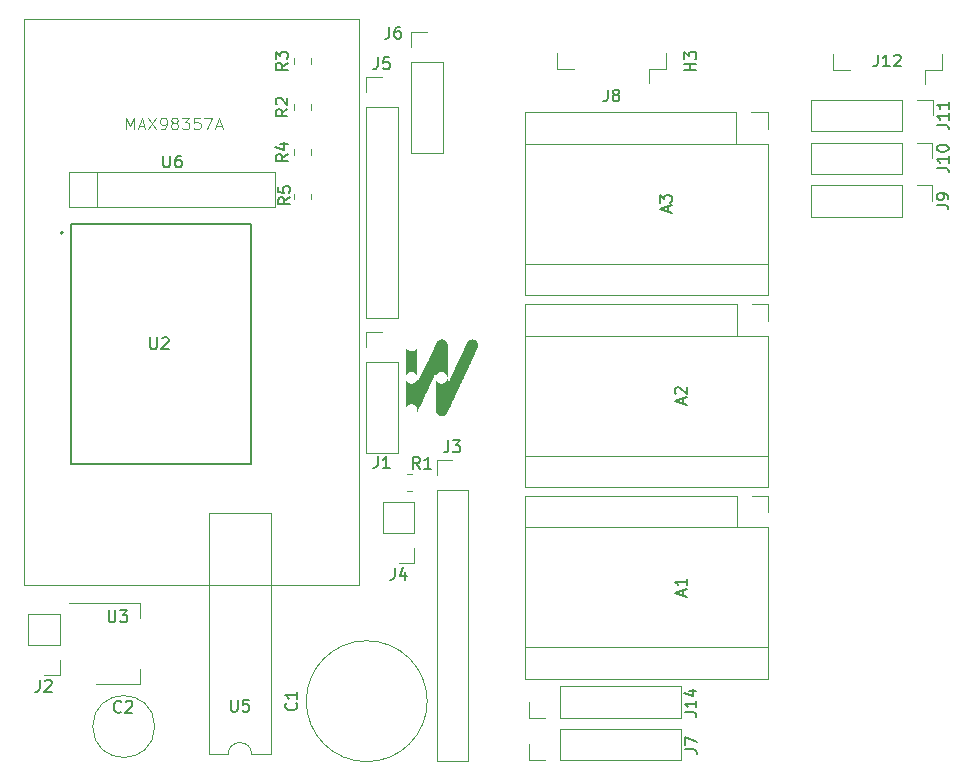
<source format=gbr>
%TF.GenerationSoftware,KiCad,Pcbnew,(7.0.0)*%
%TF.CreationDate,2023-05-19T14:17:50+07:00*%
%TF.ProjectId,wonder-reader-mk2-v2,776f6e64-6572-42d7-9265-616465722d6d,rev?*%
%TF.SameCoordinates,Original*%
%TF.FileFunction,Legend,Top*%
%TF.FilePolarity,Positive*%
%FSLAX46Y46*%
G04 Gerber Fmt 4.6, Leading zero omitted, Abs format (unit mm)*
G04 Created by KiCad (PCBNEW (7.0.0)) date 2023-05-19 14:17:50*
%MOMM*%
%LPD*%
G01*
G04 APERTURE LIST*
%ADD10C,0.150000*%
%ADD11C,0.100000*%
%ADD12C,0.120000*%
%ADD13C,0.127000*%
%ADD14C,0.200000*%
G04 APERTURE END LIST*
D10*
%TO.C,R1*%
X137042476Y-108093617D02*
X136709143Y-107617427D01*
X136471048Y-108093617D02*
X136471048Y-107093617D01*
X136471048Y-107093617D02*
X136852000Y-107093617D01*
X136852000Y-107093617D02*
X136947238Y-107141237D01*
X136947238Y-107141237D02*
X136994857Y-107188856D01*
X136994857Y-107188856D02*
X137042476Y-107284094D01*
X137042476Y-107284094D02*
X137042476Y-107426951D01*
X137042476Y-107426951D02*
X136994857Y-107522189D01*
X136994857Y-107522189D02*
X136947238Y-107569808D01*
X136947238Y-107569808D02*
X136852000Y-107617427D01*
X136852000Y-107617427D02*
X136471048Y-107617427D01*
X137994857Y-108093617D02*
X137423429Y-108093617D01*
X137709143Y-108093617D02*
X137709143Y-107093617D01*
X137709143Y-107093617D02*
X137613905Y-107236475D01*
X137613905Y-107236475D02*
X137518667Y-107331713D01*
X137518667Y-107331713D02*
X137423429Y-107379332D01*
%TO.C,A1*%
X159332119Y-118824285D02*
X159332119Y-118348095D01*
X159617833Y-118919523D02*
X158617833Y-118586190D01*
X158617833Y-118586190D02*
X159617833Y-118252857D01*
X159617833Y-117395714D02*
X159617833Y-117967142D01*
X159617833Y-117681428D02*
X158617833Y-117681428D01*
X158617833Y-117681428D02*
X158760691Y-117776666D01*
X158760691Y-117776666D02*
X158855929Y-117871904D01*
X158855929Y-117871904D02*
X158903548Y-117967142D01*
%TO.C,U3*%
X110700547Y-120070629D02*
X110700547Y-120880153D01*
X110700547Y-120880153D02*
X110748166Y-120975391D01*
X110748166Y-120975391D02*
X110795785Y-121023010D01*
X110795785Y-121023010D02*
X110891023Y-121070629D01*
X110891023Y-121070629D02*
X111081499Y-121070629D01*
X111081499Y-121070629D02*
X111176737Y-121023010D01*
X111176737Y-121023010D02*
X111224356Y-120975391D01*
X111224356Y-120975391D02*
X111271975Y-120880153D01*
X111271975Y-120880153D02*
X111271975Y-120070629D01*
X111652928Y-120070629D02*
X112271975Y-120070629D01*
X112271975Y-120070629D02*
X111938642Y-120451582D01*
X111938642Y-120451582D02*
X112081499Y-120451582D01*
X112081499Y-120451582D02*
X112176737Y-120499201D01*
X112176737Y-120499201D02*
X112224356Y-120546820D01*
X112224356Y-120546820D02*
X112271975Y-120642058D01*
X112271975Y-120642058D02*
X112271975Y-120880153D01*
X112271975Y-120880153D02*
X112224356Y-120975391D01*
X112224356Y-120975391D02*
X112176737Y-121023010D01*
X112176737Y-121023010D02*
X112081499Y-121070629D01*
X112081499Y-121070629D02*
X111795785Y-121070629D01*
X111795785Y-121070629D02*
X111700547Y-121023010D01*
X111700547Y-121023010D02*
X111652928Y-120975391D01*
%TO.C,J12*%
X175821693Y-73027380D02*
X175821693Y-73741666D01*
X175821693Y-73741666D02*
X175774074Y-73884523D01*
X175774074Y-73884523D02*
X175678836Y-73979761D01*
X175678836Y-73979761D02*
X175535979Y-74027380D01*
X175535979Y-74027380D02*
X175440741Y-74027380D01*
X176821693Y-74027380D02*
X176250265Y-74027380D01*
X176535979Y-74027380D02*
X176535979Y-73027380D01*
X176535979Y-73027380D02*
X176440741Y-73170238D01*
X176440741Y-73170238D02*
X176345503Y-73265476D01*
X176345503Y-73265476D02*
X176250265Y-73313095D01*
X177202646Y-73122619D02*
X177250265Y-73075000D01*
X177250265Y-73075000D02*
X177345503Y-73027380D01*
X177345503Y-73027380D02*
X177583598Y-73027380D01*
X177583598Y-73027380D02*
X177678836Y-73075000D01*
X177678836Y-73075000D02*
X177726455Y-73122619D01*
X177726455Y-73122619D02*
X177774074Y-73217857D01*
X177774074Y-73217857D02*
X177774074Y-73313095D01*
X177774074Y-73313095D02*
X177726455Y-73455952D01*
X177726455Y-73455952D02*
X177155027Y-74027380D01*
X177155027Y-74027380D02*
X177774074Y-74027380D01*
%TO.C,U5*%
X121044946Y-127651318D02*
X121044946Y-128460842D01*
X121044946Y-128460842D02*
X121092565Y-128556080D01*
X121092565Y-128556080D02*
X121140184Y-128603699D01*
X121140184Y-128603699D02*
X121235422Y-128651318D01*
X121235422Y-128651318D02*
X121425898Y-128651318D01*
X121425898Y-128651318D02*
X121521136Y-128603699D01*
X121521136Y-128603699D02*
X121568755Y-128556080D01*
X121568755Y-128556080D02*
X121616374Y-128460842D01*
X121616374Y-128460842D02*
X121616374Y-127651318D01*
X122568755Y-127651318D02*
X122092565Y-127651318D01*
X122092565Y-127651318D02*
X122044946Y-128127509D01*
X122044946Y-128127509D02*
X122092565Y-128079890D01*
X122092565Y-128079890D02*
X122187803Y-128032271D01*
X122187803Y-128032271D02*
X122425898Y-128032271D01*
X122425898Y-128032271D02*
X122521136Y-128079890D01*
X122521136Y-128079890D02*
X122568755Y-128127509D01*
X122568755Y-128127509D02*
X122616374Y-128222747D01*
X122616374Y-128222747D02*
X122616374Y-128460842D01*
X122616374Y-128460842D02*
X122568755Y-128556080D01*
X122568755Y-128556080D02*
X122521136Y-128603699D01*
X122521136Y-128603699D02*
X122425898Y-128651318D01*
X122425898Y-128651318D02*
X122187803Y-128651318D01*
X122187803Y-128651318D02*
X122092565Y-128603699D01*
X122092565Y-128603699D02*
X122044946Y-128556080D01*
%TO.C,C1*%
X126563824Y-127937362D02*
X126611443Y-127984981D01*
X126611443Y-127984981D02*
X126659062Y-128127838D01*
X126659062Y-128127838D02*
X126659062Y-128223076D01*
X126659062Y-128223076D02*
X126611443Y-128365933D01*
X126611443Y-128365933D02*
X126516205Y-128461171D01*
X126516205Y-128461171D02*
X126420967Y-128508790D01*
X126420967Y-128508790D02*
X126230491Y-128556409D01*
X126230491Y-128556409D02*
X126087634Y-128556409D01*
X126087634Y-128556409D02*
X125897158Y-128508790D01*
X125897158Y-128508790D02*
X125801920Y-128461171D01*
X125801920Y-128461171D02*
X125706682Y-128365933D01*
X125706682Y-128365933D02*
X125659062Y-128223076D01*
X125659062Y-128223076D02*
X125659062Y-128127838D01*
X125659062Y-128127838D02*
X125706682Y-127984981D01*
X125706682Y-127984981D02*
X125754301Y-127937362D01*
X126659062Y-126984981D02*
X126659062Y-127556409D01*
X126659062Y-127270695D02*
X125659062Y-127270695D01*
X125659062Y-127270695D02*
X125801920Y-127365933D01*
X125801920Y-127365933D02*
X125897158Y-127461171D01*
X125897158Y-127461171D02*
X125944777Y-127556409D01*
%TO.C,J3*%
X139453871Y-105697564D02*
X139453871Y-106411850D01*
X139453871Y-106411850D02*
X139406252Y-106554707D01*
X139406252Y-106554707D02*
X139311014Y-106649945D01*
X139311014Y-106649945D02*
X139168157Y-106697564D01*
X139168157Y-106697564D02*
X139072919Y-106697564D01*
X139834824Y-105697564D02*
X140453871Y-105697564D01*
X140453871Y-105697564D02*
X140120538Y-106078517D01*
X140120538Y-106078517D02*
X140263395Y-106078517D01*
X140263395Y-106078517D02*
X140358633Y-106126136D01*
X140358633Y-106126136D02*
X140406252Y-106173755D01*
X140406252Y-106173755D02*
X140453871Y-106268993D01*
X140453871Y-106268993D02*
X140453871Y-106507088D01*
X140453871Y-106507088D02*
X140406252Y-106602326D01*
X140406252Y-106602326D02*
X140358633Y-106649945D01*
X140358633Y-106649945D02*
X140263395Y-106697564D01*
X140263395Y-106697564D02*
X139977681Y-106697564D01*
X139977681Y-106697564D02*
X139882443Y-106649945D01*
X139882443Y-106649945D02*
X139834824Y-106602326D01*
%TO.C,J7*%
X159474539Y-131856386D02*
X160188825Y-131856386D01*
X160188825Y-131856386D02*
X160331682Y-131904005D01*
X160331682Y-131904005D02*
X160426920Y-131999243D01*
X160426920Y-131999243D02*
X160474539Y-132142100D01*
X160474539Y-132142100D02*
X160474539Y-132237338D01*
X159474539Y-131475433D02*
X159474539Y-130808767D01*
X159474539Y-130808767D02*
X160474539Y-131237338D01*
%TO.C,H3*%
X160439941Y-74359610D02*
X159439941Y-74359610D01*
X159916132Y-74359610D02*
X159916132Y-73788182D01*
X160439941Y-73788182D02*
X159439941Y-73788182D01*
X159439941Y-73407229D02*
X159439941Y-72788182D01*
X159439941Y-72788182D02*
X159820894Y-73121515D01*
X159820894Y-73121515D02*
X159820894Y-72978658D01*
X159820894Y-72978658D02*
X159868513Y-72883420D01*
X159868513Y-72883420D02*
X159916132Y-72835801D01*
X159916132Y-72835801D02*
X160011370Y-72788182D01*
X160011370Y-72788182D02*
X160249465Y-72788182D01*
X160249465Y-72788182D02*
X160344703Y-72835801D01*
X160344703Y-72835801D02*
X160392322Y-72883420D01*
X160392322Y-72883420D02*
X160439941Y-72978658D01*
X160439941Y-72978658D02*
X160439941Y-73264372D01*
X160439941Y-73264372D02*
X160392322Y-73359610D01*
X160392322Y-73359610D02*
X160344703Y-73407229D01*
%TO.C,J6*%
X134459385Y-70671817D02*
X134459385Y-71386103D01*
X134459385Y-71386103D02*
X134411766Y-71528960D01*
X134411766Y-71528960D02*
X134316528Y-71624198D01*
X134316528Y-71624198D02*
X134173671Y-71671817D01*
X134173671Y-71671817D02*
X134078433Y-71671817D01*
X135364147Y-70671817D02*
X135173671Y-70671817D01*
X135173671Y-70671817D02*
X135078433Y-70719437D01*
X135078433Y-70719437D02*
X135030814Y-70767056D01*
X135030814Y-70767056D02*
X134935576Y-70909913D01*
X134935576Y-70909913D02*
X134887957Y-71100389D01*
X134887957Y-71100389D02*
X134887957Y-71481341D01*
X134887957Y-71481341D02*
X134935576Y-71576579D01*
X134935576Y-71576579D02*
X134983195Y-71624198D01*
X134983195Y-71624198D02*
X135078433Y-71671817D01*
X135078433Y-71671817D02*
X135268909Y-71671817D01*
X135268909Y-71671817D02*
X135364147Y-71624198D01*
X135364147Y-71624198D02*
X135411766Y-71576579D01*
X135411766Y-71576579D02*
X135459385Y-71481341D01*
X135459385Y-71481341D02*
X135459385Y-71243246D01*
X135459385Y-71243246D02*
X135411766Y-71148008D01*
X135411766Y-71148008D02*
X135364147Y-71100389D01*
X135364147Y-71100389D02*
X135268909Y-71052770D01*
X135268909Y-71052770D02*
X135078433Y-71052770D01*
X135078433Y-71052770D02*
X134983195Y-71100389D01*
X134983195Y-71100389D02*
X134935576Y-71148008D01*
X134935576Y-71148008D02*
X134887957Y-71243246D01*
%TO.C,C2*%
X111755282Y-128645641D02*
X111707663Y-128693260D01*
X111707663Y-128693260D02*
X111564806Y-128740879D01*
X111564806Y-128740879D02*
X111469568Y-128740879D01*
X111469568Y-128740879D02*
X111326711Y-128693260D01*
X111326711Y-128693260D02*
X111231473Y-128598022D01*
X111231473Y-128598022D02*
X111183854Y-128502784D01*
X111183854Y-128502784D02*
X111136235Y-128312308D01*
X111136235Y-128312308D02*
X111136235Y-128169451D01*
X111136235Y-128169451D02*
X111183854Y-127978975D01*
X111183854Y-127978975D02*
X111231473Y-127883737D01*
X111231473Y-127883737D02*
X111326711Y-127788499D01*
X111326711Y-127788499D02*
X111469568Y-127740879D01*
X111469568Y-127740879D02*
X111564806Y-127740879D01*
X111564806Y-127740879D02*
X111707663Y-127788499D01*
X111707663Y-127788499D02*
X111755282Y-127836118D01*
X112136235Y-127836118D02*
X112183854Y-127788499D01*
X112183854Y-127788499D02*
X112279092Y-127740879D01*
X112279092Y-127740879D02*
X112517187Y-127740879D01*
X112517187Y-127740879D02*
X112612425Y-127788499D01*
X112612425Y-127788499D02*
X112660044Y-127836118D01*
X112660044Y-127836118D02*
X112707663Y-127931356D01*
X112707663Y-127931356D02*
X112707663Y-128026594D01*
X112707663Y-128026594D02*
X112660044Y-128169451D01*
X112660044Y-128169451D02*
X112088616Y-128740879D01*
X112088616Y-128740879D02*
X112707663Y-128740879D01*
%TO.C,J8*%
X152939318Y-75981535D02*
X152939318Y-76695821D01*
X152939318Y-76695821D02*
X152891699Y-76838678D01*
X152891699Y-76838678D02*
X152796461Y-76933916D01*
X152796461Y-76933916D02*
X152653604Y-76981535D01*
X152653604Y-76981535D02*
X152558366Y-76981535D01*
X153558366Y-76410107D02*
X153463128Y-76362488D01*
X153463128Y-76362488D02*
X153415509Y-76314869D01*
X153415509Y-76314869D02*
X153367890Y-76219631D01*
X153367890Y-76219631D02*
X153367890Y-76172012D01*
X153367890Y-76172012D02*
X153415509Y-76076774D01*
X153415509Y-76076774D02*
X153463128Y-76029155D01*
X153463128Y-76029155D02*
X153558366Y-75981535D01*
X153558366Y-75981535D02*
X153748842Y-75981535D01*
X153748842Y-75981535D02*
X153844080Y-76029155D01*
X153844080Y-76029155D02*
X153891699Y-76076774D01*
X153891699Y-76076774D02*
X153939318Y-76172012D01*
X153939318Y-76172012D02*
X153939318Y-76219631D01*
X153939318Y-76219631D02*
X153891699Y-76314869D01*
X153891699Y-76314869D02*
X153844080Y-76362488D01*
X153844080Y-76362488D02*
X153748842Y-76410107D01*
X153748842Y-76410107D02*
X153558366Y-76410107D01*
X153558366Y-76410107D02*
X153463128Y-76457726D01*
X153463128Y-76457726D02*
X153415509Y-76505345D01*
X153415509Y-76505345D02*
X153367890Y-76600583D01*
X153367890Y-76600583D02*
X153367890Y-76791059D01*
X153367890Y-76791059D02*
X153415509Y-76886297D01*
X153415509Y-76886297D02*
X153463128Y-76933916D01*
X153463128Y-76933916D02*
X153558366Y-76981535D01*
X153558366Y-76981535D02*
X153748842Y-76981535D01*
X153748842Y-76981535D02*
X153844080Y-76933916D01*
X153844080Y-76933916D02*
X153891699Y-76886297D01*
X153891699Y-76886297D02*
X153939318Y-76791059D01*
X153939318Y-76791059D02*
X153939318Y-76600583D01*
X153939318Y-76600583D02*
X153891699Y-76505345D01*
X153891699Y-76505345D02*
X153844080Y-76457726D01*
X153844080Y-76457726D02*
X153748842Y-76410107D01*
%TO.C,A2*%
X159332119Y-102609750D02*
X159332119Y-102133560D01*
X159617833Y-102704988D02*
X158617833Y-102371655D01*
X158617833Y-102371655D02*
X159617833Y-102038322D01*
X158713072Y-101752607D02*
X158665453Y-101704988D01*
X158665453Y-101704988D02*
X158617833Y-101609750D01*
X158617833Y-101609750D02*
X158617833Y-101371655D01*
X158617833Y-101371655D02*
X158665453Y-101276417D01*
X158665453Y-101276417D02*
X158713072Y-101228798D01*
X158713072Y-101228798D02*
X158808310Y-101181179D01*
X158808310Y-101181179D02*
X158903548Y-101181179D01*
X158903548Y-101181179D02*
X159046405Y-101228798D01*
X159046405Y-101228798D02*
X159617833Y-101800226D01*
X159617833Y-101800226D02*
X159617833Y-101181179D01*
%TO.C,R3*%
X125847234Y-73727670D02*
X125371044Y-74061003D01*
X125847234Y-74299098D02*
X124847234Y-74299098D01*
X124847234Y-74299098D02*
X124847234Y-73918146D01*
X124847234Y-73918146D02*
X124894854Y-73822908D01*
X124894854Y-73822908D02*
X124942473Y-73775289D01*
X124942473Y-73775289D02*
X125037711Y-73727670D01*
X125037711Y-73727670D02*
X125180568Y-73727670D01*
X125180568Y-73727670D02*
X125275806Y-73775289D01*
X125275806Y-73775289D02*
X125323425Y-73822908D01*
X125323425Y-73822908D02*
X125371044Y-73918146D01*
X125371044Y-73918146D02*
X125371044Y-74299098D01*
X124847234Y-73394336D02*
X124847234Y-72775289D01*
X124847234Y-72775289D02*
X125228187Y-73108622D01*
X125228187Y-73108622D02*
X125228187Y-72965765D01*
X125228187Y-72965765D02*
X125275806Y-72870527D01*
X125275806Y-72870527D02*
X125323425Y-72822908D01*
X125323425Y-72822908D02*
X125418663Y-72775289D01*
X125418663Y-72775289D02*
X125656758Y-72775289D01*
X125656758Y-72775289D02*
X125751996Y-72822908D01*
X125751996Y-72822908D02*
X125799615Y-72870527D01*
X125799615Y-72870527D02*
X125847234Y-72965765D01*
X125847234Y-72965765D02*
X125847234Y-73251479D01*
X125847234Y-73251479D02*
X125799615Y-73346717D01*
X125799615Y-73346717D02*
X125751996Y-73394336D01*
%TO.C,J4*%
X134913172Y-116472407D02*
X134913172Y-117186693D01*
X134913172Y-117186693D02*
X134865553Y-117329550D01*
X134865553Y-117329550D02*
X134770315Y-117424788D01*
X134770315Y-117424788D02*
X134627458Y-117472407D01*
X134627458Y-117472407D02*
X134532220Y-117472407D01*
X135817934Y-116805741D02*
X135817934Y-117472407D01*
X135579839Y-116424788D02*
X135341744Y-117139074D01*
X135341744Y-117139074D02*
X135960791Y-117139074D01*
%TO.C,J5*%
X133495219Y-73251318D02*
X133495219Y-73965604D01*
X133495219Y-73965604D02*
X133447600Y-74108461D01*
X133447600Y-74108461D02*
X133352362Y-74203699D01*
X133352362Y-74203699D02*
X133209505Y-74251318D01*
X133209505Y-74251318D02*
X133114267Y-74251318D01*
X134447600Y-73251318D02*
X133971410Y-73251318D01*
X133971410Y-73251318D02*
X133923791Y-73727509D01*
X133923791Y-73727509D02*
X133971410Y-73679890D01*
X133971410Y-73679890D02*
X134066648Y-73632271D01*
X134066648Y-73632271D02*
X134304743Y-73632271D01*
X134304743Y-73632271D02*
X134399981Y-73679890D01*
X134399981Y-73679890D02*
X134447600Y-73727509D01*
X134447600Y-73727509D02*
X134495219Y-73822747D01*
X134495219Y-73822747D02*
X134495219Y-74060842D01*
X134495219Y-74060842D02*
X134447600Y-74156080D01*
X134447600Y-74156080D02*
X134399981Y-74203699D01*
X134399981Y-74203699D02*
X134304743Y-74251318D01*
X134304743Y-74251318D02*
X134066648Y-74251318D01*
X134066648Y-74251318D02*
X133971410Y-74203699D01*
X133971410Y-74203699D02*
X133923791Y-74156080D01*
%TO.C,R4*%
X125838433Y-81446666D02*
X125362243Y-81779999D01*
X125838433Y-82018094D02*
X124838433Y-82018094D01*
X124838433Y-82018094D02*
X124838433Y-81637142D01*
X124838433Y-81637142D02*
X124886053Y-81541904D01*
X124886053Y-81541904D02*
X124933672Y-81494285D01*
X124933672Y-81494285D02*
X125028910Y-81446666D01*
X125028910Y-81446666D02*
X125171767Y-81446666D01*
X125171767Y-81446666D02*
X125267005Y-81494285D01*
X125267005Y-81494285D02*
X125314624Y-81541904D01*
X125314624Y-81541904D02*
X125362243Y-81637142D01*
X125362243Y-81637142D02*
X125362243Y-82018094D01*
X125171767Y-80589523D02*
X125838433Y-80589523D01*
X124790814Y-80827618D02*
X125505100Y-81065713D01*
X125505100Y-81065713D02*
X125505100Y-80446666D01*
%TO.C,J11*%
X180819674Y-78973111D02*
X181533960Y-78973111D01*
X181533960Y-78973111D02*
X181676817Y-79020730D01*
X181676817Y-79020730D02*
X181772055Y-79115968D01*
X181772055Y-79115968D02*
X181819674Y-79258825D01*
X181819674Y-79258825D02*
X181819674Y-79354063D01*
X181819674Y-77973111D02*
X181819674Y-78544539D01*
X181819674Y-78258825D02*
X180819674Y-78258825D01*
X180819674Y-78258825D02*
X180962532Y-78354063D01*
X180962532Y-78354063D02*
X181057770Y-78449301D01*
X181057770Y-78449301D02*
X181105389Y-78544539D01*
X181819674Y-77020730D02*
X181819674Y-77592158D01*
X181819674Y-77306444D02*
X180819674Y-77306444D01*
X180819674Y-77306444D02*
X180962532Y-77401682D01*
X180962532Y-77401682D02*
X181057770Y-77496920D01*
X181057770Y-77496920D02*
X181105389Y-77592158D01*
%TO.C,R5*%
X126049943Y-85119666D02*
X125573753Y-85452999D01*
X126049943Y-85691094D02*
X125049943Y-85691094D01*
X125049943Y-85691094D02*
X125049943Y-85310142D01*
X125049943Y-85310142D02*
X125097563Y-85214904D01*
X125097563Y-85214904D02*
X125145182Y-85167285D01*
X125145182Y-85167285D02*
X125240420Y-85119666D01*
X125240420Y-85119666D02*
X125383277Y-85119666D01*
X125383277Y-85119666D02*
X125478515Y-85167285D01*
X125478515Y-85167285D02*
X125526134Y-85214904D01*
X125526134Y-85214904D02*
X125573753Y-85310142D01*
X125573753Y-85310142D02*
X125573753Y-85691094D01*
X125049943Y-84214904D02*
X125049943Y-84691094D01*
X125049943Y-84691094D02*
X125526134Y-84738713D01*
X125526134Y-84738713D02*
X125478515Y-84691094D01*
X125478515Y-84691094D02*
X125430896Y-84595856D01*
X125430896Y-84595856D02*
X125430896Y-84357761D01*
X125430896Y-84357761D02*
X125478515Y-84262523D01*
X125478515Y-84262523D02*
X125526134Y-84214904D01*
X125526134Y-84214904D02*
X125621372Y-84167285D01*
X125621372Y-84167285D02*
X125859467Y-84167285D01*
X125859467Y-84167285D02*
X125954705Y-84214904D01*
X125954705Y-84214904D02*
X126002324Y-84262523D01*
X126002324Y-84262523D02*
X126049943Y-84357761D01*
X126049943Y-84357761D02*
X126049943Y-84595856D01*
X126049943Y-84595856D02*
X126002324Y-84691094D01*
X126002324Y-84691094D02*
X125954705Y-84738713D01*
%TO.C,J2*%
X104877230Y-125950820D02*
X104877230Y-126665106D01*
X104877230Y-126665106D02*
X104829611Y-126807963D01*
X104829611Y-126807963D02*
X104734373Y-126903201D01*
X104734373Y-126903201D02*
X104591516Y-126950820D01*
X104591516Y-126950820D02*
X104496278Y-126950820D01*
X105305802Y-126046059D02*
X105353421Y-125998440D01*
X105353421Y-125998440D02*
X105448659Y-125950820D01*
X105448659Y-125950820D02*
X105686754Y-125950820D01*
X105686754Y-125950820D02*
X105781992Y-125998440D01*
X105781992Y-125998440D02*
X105829611Y-126046059D01*
X105829611Y-126046059D02*
X105877230Y-126141297D01*
X105877230Y-126141297D02*
X105877230Y-126236535D01*
X105877230Y-126236535D02*
X105829611Y-126379392D01*
X105829611Y-126379392D02*
X105258183Y-126950820D01*
X105258183Y-126950820D02*
X105877230Y-126950820D01*
%TO.C,J9*%
X180797229Y-85757704D02*
X181511515Y-85757704D01*
X181511515Y-85757704D02*
X181654372Y-85805323D01*
X181654372Y-85805323D02*
X181749610Y-85900561D01*
X181749610Y-85900561D02*
X181797229Y-86043418D01*
X181797229Y-86043418D02*
X181797229Y-86138656D01*
X181797229Y-85233894D02*
X181797229Y-85043418D01*
X181797229Y-85043418D02*
X181749610Y-84948180D01*
X181749610Y-84948180D02*
X181701991Y-84900561D01*
X181701991Y-84900561D02*
X181559134Y-84805323D01*
X181559134Y-84805323D02*
X181368658Y-84757704D01*
X181368658Y-84757704D02*
X180987706Y-84757704D01*
X180987706Y-84757704D02*
X180892468Y-84805323D01*
X180892468Y-84805323D02*
X180844849Y-84852942D01*
X180844849Y-84852942D02*
X180797229Y-84948180D01*
X180797229Y-84948180D02*
X180797229Y-85138656D01*
X180797229Y-85138656D02*
X180844849Y-85233894D01*
X180844849Y-85233894D02*
X180892468Y-85281513D01*
X180892468Y-85281513D02*
X180987706Y-85329132D01*
X180987706Y-85329132D02*
X181225801Y-85329132D01*
X181225801Y-85329132D02*
X181321039Y-85281513D01*
X181321039Y-85281513D02*
X181368658Y-85233894D01*
X181368658Y-85233894D02*
X181416277Y-85138656D01*
X181416277Y-85138656D02*
X181416277Y-84948180D01*
X181416277Y-84948180D02*
X181368658Y-84852942D01*
X181368658Y-84852942D02*
X181321039Y-84805323D01*
X181321039Y-84805323D02*
X181225801Y-84757704D01*
%TO.C,J10*%
X180805483Y-82619104D02*
X181519769Y-82619104D01*
X181519769Y-82619104D02*
X181662626Y-82666723D01*
X181662626Y-82666723D02*
X181757864Y-82761961D01*
X181757864Y-82761961D02*
X181805483Y-82904818D01*
X181805483Y-82904818D02*
X181805483Y-83000056D01*
X181805483Y-81619104D02*
X181805483Y-82190532D01*
X181805483Y-81904818D02*
X180805483Y-81904818D01*
X180805483Y-81904818D02*
X180948341Y-82000056D01*
X180948341Y-82000056D02*
X181043579Y-82095294D01*
X181043579Y-82095294D02*
X181091198Y-82190532D01*
X180805483Y-81000056D02*
X180805483Y-80904818D01*
X180805483Y-80904818D02*
X180853103Y-80809580D01*
X180853103Y-80809580D02*
X180900722Y-80761961D01*
X180900722Y-80761961D02*
X180995960Y-80714342D01*
X180995960Y-80714342D02*
X181186436Y-80666723D01*
X181186436Y-80666723D02*
X181424531Y-80666723D01*
X181424531Y-80666723D02*
X181615007Y-80714342D01*
X181615007Y-80714342D02*
X181710245Y-80761961D01*
X181710245Y-80761961D02*
X181757864Y-80809580D01*
X181757864Y-80809580D02*
X181805483Y-80904818D01*
X181805483Y-80904818D02*
X181805483Y-81000056D01*
X181805483Y-81000056D02*
X181757864Y-81095294D01*
X181757864Y-81095294D02*
X181710245Y-81142913D01*
X181710245Y-81142913D02*
X181615007Y-81190532D01*
X181615007Y-81190532D02*
X181424531Y-81238151D01*
X181424531Y-81238151D02*
X181186436Y-81238151D01*
X181186436Y-81238151D02*
X180995960Y-81190532D01*
X180995960Y-81190532D02*
X180900722Y-81142913D01*
X180900722Y-81142913D02*
X180853103Y-81095294D01*
X180853103Y-81095294D02*
X180805483Y-81000056D01*
%TO.C,J1*%
X133479844Y-107029792D02*
X133479844Y-107744078D01*
X133479844Y-107744078D02*
X133432225Y-107886935D01*
X133432225Y-107886935D02*
X133336987Y-107982173D01*
X133336987Y-107982173D02*
X133194130Y-108029792D01*
X133194130Y-108029792D02*
X133098892Y-108029792D01*
X134479844Y-108029792D02*
X133908416Y-108029792D01*
X134194130Y-108029792D02*
X134194130Y-107029792D01*
X134194130Y-107029792D02*
X134098892Y-107172650D01*
X134098892Y-107172650D02*
X134003654Y-107267888D01*
X134003654Y-107267888D02*
X133908416Y-107315507D01*
%TO.C,A3*%
X158062119Y-86357605D02*
X158062119Y-85881415D01*
X158347833Y-86452843D02*
X157347833Y-86119510D01*
X157347833Y-86119510D02*
X158347833Y-85786177D01*
X157347833Y-85548081D02*
X157347833Y-84929034D01*
X157347833Y-84929034D02*
X157728786Y-85262367D01*
X157728786Y-85262367D02*
X157728786Y-85119510D01*
X157728786Y-85119510D02*
X157776405Y-85024272D01*
X157776405Y-85024272D02*
X157824024Y-84976653D01*
X157824024Y-84976653D02*
X157919262Y-84929034D01*
X157919262Y-84929034D02*
X158157357Y-84929034D01*
X158157357Y-84929034D02*
X158252595Y-84976653D01*
X158252595Y-84976653D02*
X158300214Y-85024272D01*
X158300214Y-85024272D02*
X158347833Y-85119510D01*
X158347833Y-85119510D02*
X158347833Y-85405224D01*
X158347833Y-85405224D02*
X158300214Y-85500462D01*
X158300214Y-85500462D02*
X158252595Y-85548081D01*
%TO.C,U2*%
X114208141Y-96965379D02*
X114208141Y-97774903D01*
X114208141Y-97774903D02*
X114255760Y-97870141D01*
X114255760Y-97870141D02*
X114303379Y-97917760D01*
X114303379Y-97917760D02*
X114398617Y-97965379D01*
X114398617Y-97965379D02*
X114589093Y-97965379D01*
X114589093Y-97965379D02*
X114684331Y-97917760D01*
X114684331Y-97917760D02*
X114731950Y-97870141D01*
X114731950Y-97870141D02*
X114779569Y-97774903D01*
X114779569Y-97774903D02*
X114779569Y-96965379D01*
X115208141Y-97060618D02*
X115255760Y-97012999D01*
X115255760Y-97012999D02*
X115350998Y-96965379D01*
X115350998Y-96965379D02*
X115589093Y-96965379D01*
X115589093Y-96965379D02*
X115684331Y-97012999D01*
X115684331Y-97012999D02*
X115731950Y-97060618D01*
X115731950Y-97060618D02*
X115779569Y-97155856D01*
X115779569Y-97155856D02*
X115779569Y-97251094D01*
X115779569Y-97251094D02*
X115731950Y-97393951D01*
X115731950Y-97393951D02*
X115160522Y-97965379D01*
X115160522Y-97965379D02*
X115779569Y-97965379D01*
%TO.C,J14*%
X159460758Y-128722553D02*
X160175044Y-128722553D01*
X160175044Y-128722553D02*
X160317901Y-128770172D01*
X160317901Y-128770172D02*
X160413139Y-128865410D01*
X160413139Y-128865410D02*
X160460758Y-129008267D01*
X160460758Y-129008267D02*
X160460758Y-129103505D01*
X160460758Y-127722553D02*
X160460758Y-128293981D01*
X160460758Y-128008267D02*
X159460758Y-128008267D01*
X159460758Y-128008267D02*
X159603616Y-128103505D01*
X159603616Y-128103505D02*
X159698854Y-128198743D01*
X159698854Y-128198743D02*
X159746473Y-128293981D01*
X159794092Y-126865410D02*
X160460758Y-126865410D01*
X159413139Y-127103505D02*
X160127425Y-127341600D01*
X160127425Y-127341600D02*
X160127425Y-126722553D01*
%TO.C,R2*%
X125821414Y-77626485D02*
X125345224Y-77959818D01*
X125821414Y-78197913D02*
X124821414Y-78197913D01*
X124821414Y-78197913D02*
X124821414Y-77816961D01*
X124821414Y-77816961D02*
X124869034Y-77721723D01*
X124869034Y-77721723D02*
X124916653Y-77674104D01*
X124916653Y-77674104D02*
X125011891Y-77626485D01*
X125011891Y-77626485D02*
X125154748Y-77626485D01*
X125154748Y-77626485D02*
X125249986Y-77674104D01*
X125249986Y-77674104D02*
X125297605Y-77721723D01*
X125297605Y-77721723D02*
X125345224Y-77816961D01*
X125345224Y-77816961D02*
X125345224Y-78197913D01*
X124916653Y-77245532D02*
X124869034Y-77197913D01*
X124869034Y-77197913D02*
X124821414Y-77102675D01*
X124821414Y-77102675D02*
X124821414Y-76864580D01*
X124821414Y-76864580D02*
X124869034Y-76769342D01*
X124869034Y-76769342D02*
X124916653Y-76721723D01*
X124916653Y-76721723D02*
X125011891Y-76674104D01*
X125011891Y-76674104D02*
X125107129Y-76674104D01*
X125107129Y-76674104D02*
X125249986Y-76721723D01*
X125249986Y-76721723D02*
X125821414Y-77293151D01*
X125821414Y-77293151D02*
X125821414Y-76674104D01*
%TO.C,U6*%
X115315516Y-81579891D02*
X115315516Y-82389415D01*
X115315516Y-82389415D02*
X115363135Y-82484653D01*
X115363135Y-82484653D02*
X115410754Y-82532272D01*
X115410754Y-82532272D02*
X115505992Y-82579891D01*
X115505992Y-82579891D02*
X115696468Y-82579891D01*
X115696468Y-82579891D02*
X115791706Y-82532272D01*
X115791706Y-82532272D02*
X115839325Y-82484653D01*
X115839325Y-82484653D02*
X115886944Y-82389415D01*
X115886944Y-82389415D02*
X115886944Y-81579891D01*
X116791706Y-81579891D02*
X116601230Y-81579891D01*
X116601230Y-81579891D02*
X116505992Y-81627511D01*
X116505992Y-81627511D02*
X116458373Y-81675130D01*
X116458373Y-81675130D02*
X116363135Y-81817987D01*
X116363135Y-81817987D02*
X116315516Y-82008463D01*
X116315516Y-82008463D02*
X116315516Y-82389415D01*
X116315516Y-82389415D02*
X116363135Y-82484653D01*
X116363135Y-82484653D02*
X116410754Y-82532272D01*
X116410754Y-82532272D02*
X116505992Y-82579891D01*
X116505992Y-82579891D02*
X116696468Y-82579891D01*
X116696468Y-82579891D02*
X116791706Y-82532272D01*
X116791706Y-82532272D02*
X116839325Y-82484653D01*
X116839325Y-82484653D02*
X116886944Y-82389415D01*
X116886944Y-82389415D02*
X116886944Y-82151320D01*
X116886944Y-82151320D02*
X116839325Y-82056082D01*
X116839325Y-82056082D02*
X116791706Y-82008463D01*
X116791706Y-82008463D02*
X116696468Y-81960844D01*
X116696468Y-81960844D02*
X116505992Y-81960844D01*
X116505992Y-81960844D02*
X116410754Y-82008463D01*
X116410754Y-82008463D02*
X116363135Y-82056082D01*
X116363135Y-82056082D02*
X116315516Y-82151320D01*
D11*
X112140559Y-79359530D02*
X112140559Y-78359530D01*
X112140559Y-78359530D02*
X112473892Y-79073816D01*
X112473892Y-79073816D02*
X112807225Y-78359530D01*
X112807225Y-78359530D02*
X112807225Y-79359530D01*
X113235797Y-79073816D02*
X113711987Y-79073816D01*
X113140559Y-79359530D02*
X113473892Y-78359530D01*
X113473892Y-78359530D02*
X113807225Y-79359530D01*
X114045321Y-78359530D02*
X114711987Y-79359530D01*
X114711987Y-78359530D02*
X114045321Y-79359530D01*
X115140559Y-79359530D02*
X115331035Y-79359530D01*
X115331035Y-79359530D02*
X115426273Y-79311911D01*
X115426273Y-79311911D02*
X115473892Y-79264292D01*
X115473892Y-79264292D02*
X115569130Y-79121435D01*
X115569130Y-79121435D02*
X115616749Y-78930959D01*
X115616749Y-78930959D02*
X115616749Y-78550007D01*
X115616749Y-78550007D02*
X115569130Y-78454769D01*
X115569130Y-78454769D02*
X115521511Y-78407150D01*
X115521511Y-78407150D02*
X115426273Y-78359530D01*
X115426273Y-78359530D02*
X115235797Y-78359530D01*
X115235797Y-78359530D02*
X115140559Y-78407150D01*
X115140559Y-78407150D02*
X115092940Y-78454769D01*
X115092940Y-78454769D02*
X115045321Y-78550007D01*
X115045321Y-78550007D02*
X115045321Y-78788102D01*
X115045321Y-78788102D02*
X115092940Y-78883340D01*
X115092940Y-78883340D02*
X115140559Y-78930959D01*
X115140559Y-78930959D02*
X115235797Y-78978578D01*
X115235797Y-78978578D02*
X115426273Y-78978578D01*
X115426273Y-78978578D02*
X115521511Y-78930959D01*
X115521511Y-78930959D02*
X115569130Y-78883340D01*
X115569130Y-78883340D02*
X115616749Y-78788102D01*
X116188178Y-78788102D02*
X116092940Y-78740483D01*
X116092940Y-78740483D02*
X116045321Y-78692864D01*
X116045321Y-78692864D02*
X115997702Y-78597626D01*
X115997702Y-78597626D02*
X115997702Y-78550007D01*
X115997702Y-78550007D02*
X116045321Y-78454769D01*
X116045321Y-78454769D02*
X116092940Y-78407150D01*
X116092940Y-78407150D02*
X116188178Y-78359530D01*
X116188178Y-78359530D02*
X116378654Y-78359530D01*
X116378654Y-78359530D02*
X116473892Y-78407150D01*
X116473892Y-78407150D02*
X116521511Y-78454769D01*
X116521511Y-78454769D02*
X116569130Y-78550007D01*
X116569130Y-78550007D02*
X116569130Y-78597626D01*
X116569130Y-78597626D02*
X116521511Y-78692864D01*
X116521511Y-78692864D02*
X116473892Y-78740483D01*
X116473892Y-78740483D02*
X116378654Y-78788102D01*
X116378654Y-78788102D02*
X116188178Y-78788102D01*
X116188178Y-78788102D02*
X116092940Y-78835721D01*
X116092940Y-78835721D02*
X116045321Y-78883340D01*
X116045321Y-78883340D02*
X115997702Y-78978578D01*
X115997702Y-78978578D02*
X115997702Y-79169054D01*
X115997702Y-79169054D02*
X116045321Y-79264292D01*
X116045321Y-79264292D02*
X116092940Y-79311911D01*
X116092940Y-79311911D02*
X116188178Y-79359530D01*
X116188178Y-79359530D02*
X116378654Y-79359530D01*
X116378654Y-79359530D02*
X116473892Y-79311911D01*
X116473892Y-79311911D02*
X116521511Y-79264292D01*
X116521511Y-79264292D02*
X116569130Y-79169054D01*
X116569130Y-79169054D02*
X116569130Y-78978578D01*
X116569130Y-78978578D02*
X116521511Y-78883340D01*
X116521511Y-78883340D02*
X116473892Y-78835721D01*
X116473892Y-78835721D02*
X116378654Y-78788102D01*
X116902464Y-78359530D02*
X117521511Y-78359530D01*
X117521511Y-78359530D02*
X117188178Y-78740483D01*
X117188178Y-78740483D02*
X117331035Y-78740483D01*
X117331035Y-78740483D02*
X117426273Y-78788102D01*
X117426273Y-78788102D02*
X117473892Y-78835721D01*
X117473892Y-78835721D02*
X117521511Y-78930959D01*
X117521511Y-78930959D02*
X117521511Y-79169054D01*
X117521511Y-79169054D02*
X117473892Y-79264292D01*
X117473892Y-79264292D02*
X117426273Y-79311911D01*
X117426273Y-79311911D02*
X117331035Y-79359530D01*
X117331035Y-79359530D02*
X117045321Y-79359530D01*
X117045321Y-79359530D02*
X116950083Y-79311911D01*
X116950083Y-79311911D02*
X116902464Y-79264292D01*
X118426273Y-78359530D02*
X117950083Y-78359530D01*
X117950083Y-78359530D02*
X117902464Y-78835721D01*
X117902464Y-78835721D02*
X117950083Y-78788102D01*
X117950083Y-78788102D02*
X118045321Y-78740483D01*
X118045321Y-78740483D02*
X118283416Y-78740483D01*
X118283416Y-78740483D02*
X118378654Y-78788102D01*
X118378654Y-78788102D02*
X118426273Y-78835721D01*
X118426273Y-78835721D02*
X118473892Y-78930959D01*
X118473892Y-78930959D02*
X118473892Y-79169054D01*
X118473892Y-79169054D02*
X118426273Y-79264292D01*
X118426273Y-79264292D02*
X118378654Y-79311911D01*
X118378654Y-79311911D02*
X118283416Y-79359530D01*
X118283416Y-79359530D02*
X118045321Y-79359530D01*
X118045321Y-79359530D02*
X117950083Y-79311911D01*
X117950083Y-79311911D02*
X117902464Y-79264292D01*
X118807226Y-78359530D02*
X119473892Y-78359530D01*
X119473892Y-78359530D02*
X119045321Y-79359530D01*
X119807226Y-79073816D02*
X120283416Y-79073816D01*
X119711988Y-79359530D02*
X120045321Y-78359530D01*
X120045321Y-78359530D02*
X120378654Y-79359530D01*
D12*
%TO.C,R1*%
X135924679Y-108543175D02*
X136378807Y-108543175D01*
X135924679Y-110013175D02*
X136378807Y-110013175D01*
%TO.C,A1*%
X166554533Y-110355465D02*
X165154533Y-110355465D01*
X163884533Y-110355465D02*
X145974533Y-110355465D01*
X145974533Y-110355465D02*
X145974533Y-125855465D01*
X166554533Y-111755465D02*
X166554533Y-110355465D01*
X166554533Y-113025465D02*
X163884533Y-113025465D01*
X163884533Y-113025465D02*
X163884533Y-110355465D01*
X163884533Y-113025465D02*
X145974533Y-113025465D01*
X166554533Y-123185465D02*
X145974533Y-123185465D01*
X166554533Y-125855465D02*
X166554533Y-113025465D01*
X145974533Y-125855465D02*
X166554533Y-125855465D01*
%TO.C,U3*%
X107364891Y-119452521D02*
X113374891Y-119452521D01*
X109614891Y-126272521D02*
X113374891Y-126272521D01*
X113374891Y-119452521D02*
X113374891Y-120712521D01*
X113374891Y-126272521D02*
X113374891Y-125012521D01*
%TO.C,J12*%
X181281217Y-74322392D02*
X181281217Y-72982392D01*
X179791217Y-74322392D02*
X181281217Y-74322392D01*
X179791217Y-74322392D02*
X179791217Y-75522392D01*
X173471217Y-74322392D02*
X171981217Y-74322392D01*
X171981217Y-74322392D02*
X171981217Y-72982392D01*
%TO.C,U5*%
X124456851Y-132274115D02*
X124456851Y-111834115D01*
X124456851Y-111834115D02*
X119156851Y-111834115D01*
X122806851Y-132274115D02*
X124456851Y-132274115D01*
X119156851Y-132274115D02*
X120806851Y-132274115D01*
X119156851Y-111834115D02*
X119156851Y-132274115D01*
X122806851Y-132274115D02*
G75*
G03*
X120806851Y-132274115I-1000000J0D01*
G01*
%TO.C,C1*%
X137661682Y-127770696D02*
G75*
G03*
X137661682Y-127770696I-5120000J0D01*
G01*
%TO.C,J3*%
X138457205Y-107330184D02*
X139787205Y-107330184D01*
X138457205Y-108660184D02*
X138457205Y-107330184D01*
X138457205Y-109930184D02*
X138457205Y-132850184D01*
X138457205Y-109930184D02*
X141117205Y-109930184D01*
X138457205Y-132850184D02*
X141117205Y-132850184D01*
X141117205Y-109930184D02*
X141117205Y-132850184D01*
%TO.C,J7*%
X146316953Y-132762445D02*
X146316953Y-131432445D01*
X147646953Y-132762445D02*
X146316953Y-132762445D01*
X148916953Y-132762445D02*
X159136953Y-132762445D01*
X148916953Y-132762445D02*
X148916953Y-130102445D01*
X159136953Y-132762445D02*
X159136953Y-130102445D01*
X148916953Y-130102445D02*
X159136953Y-130102445D01*
%TO.C,J6*%
X136308553Y-71083938D02*
X137638553Y-71083938D01*
X136308553Y-72413938D02*
X136308553Y-71083938D01*
X136308553Y-73683938D02*
X136308553Y-81363938D01*
X136308553Y-73683938D02*
X138968553Y-73683938D01*
X136308553Y-81363938D02*
X138968553Y-81363938D01*
X138968553Y-73683938D02*
X138968553Y-81363938D01*
%TO.C,C2*%
X114588553Y-129915928D02*
G75*
G03*
X114588553Y-129915928I-2620000J0D01*
G01*
%TO.C,J8*%
X157922652Y-74214155D02*
X157922652Y-72874155D01*
X156432652Y-74214155D02*
X157922652Y-74214155D01*
X156432652Y-74214155D02*
X156432652Y-75414155D01*
X150112652Y-74214155D02*
X148622652Y-74214155D01*
X148622652Y-74214155D02*
X148622652Y-72874155D01*
%TO.C,A2*%
X166554533Y-94145465D02*
X165154533Y-94145465D01*
X163884533Y-94145465D02*
X145974533Y-94145465D01*
X145974533Y-94145465D02*
X145974533Y-109645465D01*
X166554533Y-95545465D02*
X166554533Y-94145465D01*
X166554533Y-96815465D02*
X163884533Y-96815465D01*
X163884533Y-96815465D02*
X163884533Y-94145465D01*
X163884533Y-96815465D02*
X145974533Y-96815465D01*
X166554533Y-106975465D02*
X145974533Y-106975465D01*
X166554533Y-109645465D02*
X166554533Y-96815465D01*
X145974533Y-109645465D02*
X166554533Y-109645465D01*
%TO.C,R3*%
X126394854Y-73788068D02*
X126394854Y-73333940D01*
X127864854Y-73788068D02*
X127864854Y-73333940D01*
%TO.C,J4*%
X136576506Y-116105027D02*
X135246506Y-116105027D01*
X136576506Y-114775027D02*
X136576506Y-116105027D01*
X136576506Y-113505027D02*
X136576506Y-110905027D01*
X136576506Y-113505027D02*
X133916506Y-113505027D01*
X136576506Y-110905027D02*
X133916506Y-110905027D01*
X133916506Y-113505027D02*
X133916506Y-110905027D01*
%TO.C,J5*%
X132498553Y-74883938D02*
X133828553Y-74883938D01*
X132498553Y-76213938D02*
X132498553Y-74883938D01*
X132498553Y-77483938D02*
X132498553Y-95323938D01*
X132498553Y-77483938D02*
X135158553Y-77483938D01*
X132498553Y-95323938D02*
X135158553Y-95323938D01*
X135158553Y-77483938D02*
X135158553Y-95323938D01*
%TO.C,R4*%
X126386053Y-81507064D02*
X126386053Y-81052936D01*
X127856053Y-81507064D02*
X127856053Y-81052936D01*
%TO.C,G\u002A\u002A\u002A*%
G36*
X136390413Y-97136444D02*
G01*
X136388460Y-97138397D01*
X136386506Y-97136444D01*
X136388460Y-97134491D01*
X136390413Y-97136444D01*
G37*
G36*
X136390413Y-103629031D02*
G01*
X136388460Y-103630984D01*
X136386506Y-103629031D01*
X136388460Y-103627077D01*
X136390413Y-103629031D01*
G37*
G36*
X136441197Y-97144257D02*
G01*
X136439244Y-97146210D01*
X136437291Y-97144257D01*
X136439244Y-97142303D01*
X136441197Y-97144257D01*
G37*
G36*
X136441197Y-103621218D02*
G01*
X136439244Y-103623171D01*
X136437291Y-103621218D01*
X136439244Y-103619264D01*
X136441197Y-103621218D01*
G37*
G36*
X136472449Y-97152070D02*
G01*
X136470496Y-97154023D01*
X136468543Y-97152070D01*
X136470496Y-97150116D01*
X136472449Y-97152070D01*
G37*
G36*
X136472449Y-103613405D02*
G01*
X136470496Y-103615358D01*
X136468543Y-103613405D01*
X136470496Y-103611451D01*
X136472449Y-103613405D01*
G37*
G36*
X136488075Y-97155976D02*
G01*
X136486122Y-97157929D01*
X136484169Y-97155976D01*
X136486122Y-97154023D01*
X136488075Y-97155976D01*
G37*
G36*
X136488075Y-103609498D02*
G01*
X136486122Y-103611451D01*
X136484169Y-103609498D01*
X136486122Y-103607545D01*
X136488075Y-103609498D01*
G37*
G36*
X136499795Y-97159883D02*
G01*
X136497841Y-97161836D01*
X136495888Y-97159883D01*
X136497841Y-97157929D01*
X136499795Y-97159883D01*
G37*
G36*
X136499795Y-103605592D02*
G01*
X136497841Y-103607545D01*
X136495888Y-103605592D01*
X136497841Y-103603638D01*
X136499795Y-103605592D01*
G37*
G36*
X136511514Y-97163789D02*
G01*
X136509561Y-97165742D01*
X136507608Y-97163789D01*
X136509561Y-97161836D01*
X136511514Y-97163789D01*
G37*
G36*
X136511514Y-103601685D02*
G01*
X136509561Y-103603638D01*
X136507608Y-103601685D01*
X136509561Y-103599732D01*
X136511514Y-103601685D01*
G37*
G36*
X136531046Y-97171602D02*
G01*
X136529093Y-97173555D01*
X136527140Y-97171602D01*
X136529093Y-97169649D01*
X136531046Y-97171602D01*
G37*
G36*
X136531046Y-103593872D02*
G01*
X136529093Y-103595825D01*
X136527140Y-103593872D01*
X136529093Y-103591919D01*
X136531046Y-103593872D01*
G37*
G36*
X136538859Y-97175509D02*
G01*
X136536906Y-97177462D01*
X136534953Y-97175509D01*
X136536906Y-97173555D01*
X136538859Y-97175509D01*
G37*
G36*
X136538859Y-103589966D02*
G01*
X136536906Y-103591919D01*
X136534953Y-103589966D01*
X136536906Y-103588012D01*
X136538859Y-103589966D01*
G37*
G36*
X136593550Y-97202854D02*
G01*
X136591597Y-97204807D01*
X136589644Y-97202854D01*
X136591597Y-97200901D01*
X136593550Y-97202854D01*
G37*
G36*
X136593550Y-103562620D02*
G01*
X136591597Y-103564574D01*
X136589644Y-103562620D01*
X136591597Y-103560667D01*
X136593550Y-103562620D01*
G37*
G36*
X136613083Y-97214574D02*
G01*
X136611130Y-97216527D01*
X136609176Y-97214574D01*
X136611130Y-97212620D01*
X136613083Y-97214574D01*
G37*
G36*
X136613083Y-103550901D02*
G01*
X136611130Y-103552854D01*
X136609176Y-103550901D01*
X136611130Y-103548948D01*
X136613083Y-103550901D01*
G37*
G36*
X136640428Y-97234106D02*
G01*
X136638475Y-97236059D01*
X136636522Y-97234106D01*
X136638475Y-97232153D01*
X136640428Y-97234106D01*
G37*
G36*
X136640428Y-103531368D02*
G01*
X136638475Y-103533322D01*
X136636522Y-103531368D01*
X136638475Y-103529415D01*
X136640428Y-103531368D01*
G37*
G36*
X136741997Y-97335675D02*
G01*
X136740044Y-97337628D01*
X136738090Y-97335675D01*
X136740044Y-97333722D01*
X136741997Y-97335675D01*
G37*
G36*
X136741997Y-103429800D02*
G01*
X136740044Y-103431753D01*
X136738090Y-103429800D01*
X136740044Y-103427846D01*
X136741997Y-103429800D01*
G37*
G36*
X136753716Y-103414174D02*
G01*
X136751763Y-103416127D01*
X136749810Y-103414174D01*
X136751763Y-103412220D01*
X136753716Y-103414174D01*
G37*
G36*
X136761529Y-97363020D02*
G01*
X136759576Y-97364973D01*
X136757623Y-97363020D01*
X136759576Y-97361067D01*
X136761529Y-97363020D01*
G37*
G36*
X136761529Y-103402454D02*
G01*
X136759576Y-103404407D01*
X136757623Y-103402454D01*
X136759576Y-103400501D01*
X136761529Y-103402454D01*
G37*
G36*
X136773249Y-97382553D02*
G01*
X136771296Y-97384506D01*
X136769342Y-97382553D01*
X136771296Y-97380599D01*
X136773249Y-97382553D01*
G37*
G36*
X136773249Y-103382922D02*
G01*
X136771296Y-103384875D01*
X136769342Y-103382922D01*
X136771296Y-103380969D01*
X136773249Y-103382922D01*
G37*
G36*
X136796688Y-103336044D02*
G01*
X136794735Y-103337997D01*
X136792781Y-103336044D01*
X136794735Y-103334091D01*
X136796688Y-103336044D01*
G37*
G36*
X136800594Y-97437244D02*
G01*
X136798641Y-97439197D01*
X136796688Y-97437244D01*
X136798641Y-97435290D01*
X136800594Y-97437244D01*
G37*
G36*
X136800594Y-103328231D02*
G01*
X136798641Y-103330184D01*
X136796688Y-103328231D01*
X136798641Y-103326278D01*
X136800594Y-103328231D01*
G37*
G36*
X136804501Y-97445056D02*
G01*
X136802548Y-97447010D01*
X136800594Y-97445056D01*
X136802548Y-97443103D01*
X136804501Y-97445056D01*
G37*
G36*
X136808407Y-97456776D02*
G01*
X136806454Y-97458729D01*
X136804501Y-97456776D01*
X136806454Y-97454823D01*
X136808407Y-97456776D01*
G37*
G36*
X136812314Y-97464589D02*
G01*
X136810361Y-97466542D01*
X136808407Y-97464589D01*
X136810361Y-97462636D01*
X136812314Y-97464589D01*
G37*
G36*
X136816220Y-97476308D02*
G01*
X136814267Y-97478262D01*
X136812314Y-97476308D01*
X136814267Y-97474355D01*
X136816220Y-97476308D01*
G37*
G36*
X136820127Y-97488028D02*
G01*
X136818174Y-97489981D01*
X136816220Y-97488028D01*
X136818174Y-97486075D01*
X136820127Y-97488028D01*
G37*
G36*
X136824033Y-97503654D02*
G01*
X136822080Y-97505607D01*
X136820127Y-97503654D01*
X136822080Y-97501701D01*
X136824033Y-97503654D01*
G37*
G36*
X136831846Y-97534906D02*
G01*
X136829893Y-97536859D01*
X136827940Y-97534906D01*
X136829893Y-97532953D01*
X136831846Y-97534906D01*
G37*
G36*
X136839659Y-97585690D02*
G01*
X136837706Y-97587643D01*
X136835753Y-97585690D01*
X136837706Y-97583737D01*
X136839659Y-97585690D01*
G37*
G36*
X136240908Y-103620811D02*
G01*
X136239743Y-103622586D01*
X136235781Y-103622863D01*
X136231613Y-103621908D01*
X136233421Y-103620502D01*
X136239526Y-103620037D01*
X136240908Y-103620811D01*
G37*
G36*
X136262475Y-103624490D02*
G01*
X136262966Y-103625916D01*
X136257592Y-103626461D01*
X136252046Y-103625847D01*
X136252709Y-103624490D01*
X136260707Y-103623974D01*
X136262475Y-103624490D01*
G37*
G36*
X136624199Y-97222013D02*
G01*
X136628360Y-97225645D01*
X136628709Y-97226524D01*
X136626855Y-97228129D01*
X136622995Y-97224531D01*
X136622476Y-97223736D01*
X136622016Y-97221063D01*
X136624199Y-97222013D01*
G37*
G36*
X136655451Y-97245452D02*
G01*
X136659644Y-97249386D01*
X136658784Y-97251647D01*
X136658238Y-97251685D01*
X136654934Y-97248911D01*
X136653728Y-97247175D01*
X136653267Y-97244502D01*
X136655451Y-97245452D01*
G37*
G36*
X136725767Y-97315769D02*
G01*
X136729928Y-97319401D01*
X136730277Y-97320279D01*
X136728424Y-97321885D01*
X136724564Y-97318287D01*
X136724045Y-97317492D01*
X136723584Y-97314819D01*
X136725767Y-97315769D01*
G37*
G36*
X136749206Y-97347021D02*
G01*
X136753400Y-97350955D01*
X136752540Y-97353216D01*
X136751994Y-97353254D01*
X136748690Y-97350479D01*
X136747484Y-97348744D01*
X136747023Y-97346071D01*
X136749206Y-97347021D01*
G37*
G36*
X136016366Y-103513494D02*
G01*
X136024530Y-103521128D01*
X136027064Y-103524836D01*
X136025837Y-103525509D01*
X136022696Y-103522888D01*
X136016567Y-103516419D01*
X136015094Y-103514766D01*
X136005624Y-103504023D01*
X136016366Y-103513494D01*
G37*
G36*
X136033068Y-103526735D02*
G01*
X136035899Y-103528917D01*
X136041972Y-103534619D01*
X136041946Y-103537164D01*
X136041260Y-103537228D01*
X136037999Y-103534559D01*
X136034424Y-103530392D01*
X136031045Y-103525765D01*
X136033068Y-103526735D01*
G37*
G36*
X136299632Y-103628300D02*
G01*
X136300546Y-103629356D01*
X136294936Y-103629948D01*
X136290797Y-103629999D01*
X136283232Y-103629614D01*
X136282084Y-103628732D01*
X136284007Y-103628221D01*
X136294185Y-103627592D01*
X136299632Y-103628300D01*
G37*
G36*
X136627483Y-103539752D02*
G01*
X136626755Y-103541135D01*
X136623075Y-103544865D01*
X136622388Y-103545041D01*
X136622121Y-103542518D01*
X136622849Y-103541135D01*
X136626530Y-103537404D01*
X136627217Y-103537228D01*
X136627483Y-103539752D01*
G37*
G36*
X136658735Y-103516313D02*
G01*
X136658007Y-103517696D01*
X136654327Y-103521426D01*
X136653640Y-103521602D01*
X136653373Y-103519079D01*
X136654101Y-103517696D01*
X136657782Y-103513965D01*
X136658469Y-103513789D01*
X136658735Y-103516313D01*
G37*
G36*
X136692189Y-97278735D02*
G01*
X136700353Y-97286370D01*
X136702887Y-97290077D01*
X136701660Y-97290750D01*
X136698519Y-97288130D01*
X136692390Y-97281661D01*
X136690917Y-97280007D01*
X136681446Y-97269264D01*
X136692189Y-97278735D01*
G37*
G36*
X136729052Y-103445996D02*
G01*
X136728324Y-103447379D01*
X136724643Y-103451110D01*
X136723957Y-103451285D01*
X136723690Y-103448762D01*
X136724418Y-103447379D01*
X136728098Y-103443648D01*
X136728785Y-103443472D01*
X136729052Y-103445996D01*
G37*
G36*
X136808288Y-103308698D02*
G01*
X136806343Y-103315118D01*
X136804501Y-103318465D01*
X136801405Y-103321592D01*
X136800714Y-103320418D01*
X136802659Y-103313998D01*
X136804501Y-103310652D01*
X136807596Y-103307525D01*
X136808288Y-103308698D01*
G37*
G36*
X136701327Y-103477177D02*
G01*
X136696307Y-103483209D01*
X136695119Y-103484491D01*
X136688435Y-103491061D01*
X136684227Y-103494210D01*
X136683991Y-103494257D01*
X136685004Y-103491804D01*
X136690025Y-103485772D01*
X136691213Y-103484491D01*
X136697896Y-103477920D01*
X136702105Y-103474771D01*
X136702341Y-103474724D01*
X136701327Y-103477177D01*
G37*
G36*
X136057519Y-103545143D02*
G01*
X136063492Y-103549029D01*
X136083225Y-103560714D01*
X136107940Y-103573451D01*
X136135124Y-103586090D01*
X136162260Y-103597486D01*
X136186836Y-103606490D01*
X136195088Y-103609078D01*
X136208726Y-103613326D01*
X136217890Y-103616654D01*
X136221381Y-103618597D01*
X136220480Y-103618907D01*
X136213356Y-103617756D01*
X136201054Y-103614633D01*
X136185782Y-103610120D01*
X136179462Y-103608098D01*
X136160010Y-103600936D01*
X136137960Y-103591545D01*
X136115145Y-103580837D01*
X136093398Y-103569725D01*
X136074551Y-103559124D01*
X136060438Y-103549946D01*
X136056408Y-103546774D01*
X136051165Y-103542034D01*
X136051414Y-103541452D01*
X136057519Y-103545143D01*
G37*
G36*
X136835725Y-97702048D02*
G01*
X136835967Y-97711563D01*
X136836206Y-97728339D01*
X136836441Y-97752099D01*
X136836672Y-97782568D01*
X136836898Y-97819468D01*
X136837118Y-97862524D01*
X136837331Y-97911459D01*
X136837537Y-97965998D01*
X136837735Y-98025864D01*
X136837923Y-98090781D01*
X136838102Y-98160472D01*
X136838270Y-98234662D01*
X136838427Y-98313074D01*
X136838572Y-98395431D01*
X136838704Y-98481459D01*
X136838822Y-98570880D01*
X136838926Y-98663419D01*
X136839014Y-98758799D01*
X136839087Y-98856743D01*
X136839142Y-98956977D01*
X136839164Y-99008629D01*
X136839197Y-99110194D01*
X136839222Y-99209740D01*
X136839239Y-99306983D01*
X136839247Y-99401640D01*
X136839247Y-99493429D01*
X136839239Y-99582066D01*
X136839223Y-99667269D01*
X136839199Y-99748753D01*
X136839169Y-99826236D01*
X136839131Y-99899434D01*
X136839086Y-99968065D01*
X136839034Y-100031846D01*
X136838976Y-100090493D01*
X136838911Y-100143723D01*
X136838840Y-100191254D01*
X136838763Y-100232801D01*
X136838680Y-100268083D01*
X136838592Y-100296815D01*
X136838498Y-100318714D01*
X136838399Y-100333498D01*
X136838295Y-100340884D01*
X136838245Y-100341719D01*
X136837163Y-100338168D01*
X136835701Y-100328876D01*
X136834232Y-100316342D01*
X136828207Y-100279509D01*
X136817765Y-100239507D01*
X136803784Y-100198913D01*
X136787140Y-100160302D01*
X136770410Y-100129041D01*
X136734883Y-100077172D01*
X136693935Y-100030521D01*
X136648097Y-99989491D01*
X136597904Y-99954486D01*
X136543886Y-99925908D01*
X136486578Y-99904161D01*
X136464890Y-99897989D01*
X136404282Y-99886083D01*
X136344098Y-99881667D01*
X136284858Y-99884419D01*
X136227080Y-99894020D01*
X136171283Y-99910150D01*
X136117986Y-99932487D01*
X136067709Y-99960713D01*
X136020969Y-99994506D01*
X135978287Y-100033546D01*
X135940181Y-100077512D01*
X135907170Y-100126086D01*
X135879773Y-100178945D01*
X135858508Y-100235771D01*
X135847233Y-100279215D01*
X135846582Y-100282114D01*
X135845972Y-100284353D01*
X135845402Y-100285690D01*
X135844870Y-100285887D01*
X135844376Y-100284702D01*
X135843917Y-100281896D01*
X135843492Y-100277228D01*
X135843101Y-100270458D01*
X135842741Y-100261347D01*
X135842412Y-100249654D01*
X135842112Y-100235138D01*
X135841840Y-100217560D01*
X135841594Y-100196679D01*
X135841373Y-100172256D01*
X135841175Y-100144050D01*
X135841000Y-100111821D01*
X135840846Y-100075329D01*
X135840712Y-100034333D01*
X135840596Y-99988594D01*
X135840497Y-99937871D01*
X135840414Y-99881924D01*
X135840345Y-99820513D01*
X135840289Y-99753398D01*
X135840245Y-99680339D01*
X135840211Y-99601095D01*
X135840186Y-99515427D01*
X135840168Y-99423093D01*
X135840157Y-99323855D01*
X135840151Y-99217471D01*
X135840148Y-99103702D01*
X135840147Y-99009606D01*
X135840148Y-98889905D01*
X135840152Y-98777777D01*
X135840159Y-98672981D01*
X135840171Y-98575279D01*
X135840190Y-98484428D01*
X135840217Y-98400189D01*
X135840254Y-98322323D01*
X135840300Y-98250588D01*
X135840359Y-98184745D01*
X135840431Y-98124554D01*
X135840518Y-98069774D01*
X135840620Y-98020165D01*
X135840740Y-97975487D01*
X135840878Y-97935500D01*
X135841037Y-97899963D01*
X135841217Y-97868637D01*
X135841419Y-97841282D01*
X135841645Y-97817656D01*
X135841897Y-97797521D01*
X135842176Y-97780635D01*
X135842482Y-97766759D01*
X135842818Y-97755653D01*
X135843184Y-97747076D01*
X135843583Y-97740788D01*
X135844014Y-97736550D01*
X135844481Y-97734120D01*
X135844984Y-97733258D01*
X135845524Y-97733726D01*
X135846102Y-97735281D01*
X135846721Y-97737685D01*
X135847233Y-97739997D01*
X135863794Y-97799501D01*
X135887158Y-97855807D01*
X135916852Y-97908421D01*
X135952405Y-97956847D01*
X135993347Y-98000590D01*
X136039206Y-98039155D01*
X136089510Y-98072047D01*
X136143788Y-98098770D01*
X136201570Y-98118831D01*
X136210069Y-98121121D01*
X136270982Y-98133034D01*
X136332226Y-98137415D01*
X136393113Y-98134398D01*
X136452953Y-98124120D01*
X136511059Y-98106715D01*
X136566739Y-98082317D01*
X136619306Y-98051061D01*
X136638475Y-98037298D01*
X136685374Y-97997108D01*
X136726841Y-97951726D01*
X136762465Y-97901856D01*
X136791836Y-97848199D01*
X136814544Y-97791459D01*
X136830177Y-97732339D01*
X136835482Y-97700069D01*
X136835725Y-97702048D01*
G37*
G36*
X138969731Y-97137740D02*
G01*
X139028073Y-97148177D01*
X139084716Y-97165735D01*
X139126909Y-97184237D01*
X139180486Y-97215287D01*
X139229357Y-97252379D01*
X139273184Y-97295075D01*
X139311628Y-97342940D01*
X139344350Y-97395534D01*
X139371011Y-97452423D01*
X139391271Y-97513167D01*
X139395797Y-97530999D01*
X139404120Y-97566158D01*
X139406148Y-99222441D01*
X139408177Y-100878723D01*
X140200821Y-99179469D01*
X140251962Y-99069837D01*
X140302332Y-98961868D01*
X140351827Y-98855784D01*
X140400344Y-98751807D01*
X140447777Y-98650159D01*
X140494025Y-98551062D01*
X140538982Y-98454737D01*
X140582546Y-98361408D01*
X140624612Y-98271297D01*
X140665078Y-98184624D01*
X140703838Y-98101613D01*
X140740790Y-98022485D01*
X140775829Y-97947463D01*
X140808853Y-97876768D01*
X140839756Y-97810622D01*
X140868437Y-97749249D01*
X140894790Y-97692869D01*
X140918712Y-97641705D01*
X140940099Y-97595979D01*
X140958849Y-97555912D01*
X140974856Y-97521728D01*
X140988017Y-97493648D01*
X140998229Y-97471894D01*
X141005388Y-97456688D01*
X141009390Y-97448252D01*
X141010082Y-97446825D01*
X141037105Y-97398299D01*
X141068246Y-97353690D01*
X141105023Y-97310908D01*
X141120929Y-97294561D01*
X141152128Y-97264922D01*
X141181483Y-97240422D01*
X141211144Y-97219485D01*
X141243264Y-97200536D01*
X141264438Y-97189552D01*
X141321784Y-97165037D01*
X141379687Y-97147990D01*
X141437635Y-97138198D01*
X141495113Y-97135449D01*
X141551607Y-97139533D01*
X141606604Y-97150237D01*
X141659590Y-97167351D01*
X141710050Y-97190661D01*
X141757472Y-97219958D01*
X141801340Y-97255028D01*
X141841141Y-97295662D01*
X141876362Y-97341646D01*
X141906488Y-97392770D01*
X141931005Y-97448822D01*
X141937182Y-97466542D01*
X141953153Y-97527275D01*
X141962056Y-97590051D01*
X141963925Y-97653745D01*
X141958793Y-97717230D01*
X141946692Y-97779380D01*
X141927658Y-97839067D01*
X141926074Y-97843106D01*
X141923883Y-97848006D01*
X141918486Y-97859776D01*
X141909979Y-97878208D01*
X141898460Y-97903091D01*
X141884028Y-97934216D01*
X141866778Y-97971375D01*
X141846810Y-98014356D01*
X141824221Y-98062952D01*
X141799108Y-98116953D01*
X141771569Y-98176149D01*
X141741702Y-98240331D01*
X141709604Y-98309289D01*
X141675374Y-98382815D01*
X141639108Y-98460699D01*
X141600904Y-98542732D01*
X141560860Y-98628703D01*
X141519074Y-98718405D01*
X141475643Y-98811627D01*
X141430665Y-98908160D01*
X141384238Y-99007795D01*
X141336458Y-99110323D01*
X141287425Y-99215533D01*
X141237234Y-99323217D01*
X141185985Y-99433166D01*
X141133775Y-99545169D01*
X141080701Y-99659018D01*
X141026861Y-99774504D01*
X140972353Y-99891416D01*
X140917274Y-100009545D01*
X140861722Y-100128683D01*
X140805795Y-100248620D01*
X140749590Y-100369146D01*
X140693204Y-100490052D01*
X140636737Y-100611129D01*
X140580284Y-100732167D01*
X140523944Y-100852957D01*
X140467815Y-100973290D01*
X140411994Y-101092956D01*
X140356578Y-101211746D01*
X140301666Y-101329450D01*
X140247355Y-101445860D01*
X140193743Y-101560765D01*
X140140927Y-101673957D01*
X140089005Y-101785226D01*
X140038074Y-101894363D01*
X139988233Y-102001158D01*
X139939579Y-102105402D01*
X139892209Y-102206886D01*
X139846221Y-102305399D01*
X139801714Y-102400734D01*
X139758783Y-102492681D01*
X139717528Y-102581029D01*
X139678045Y-102665570D01*
X139640433Y-102746095D01*
X139604789Y-102822394D01*
X139571211Y-102894258D01*
X139539796Y-102961477D01*
X139510642Y-103023842D01*
X139483846Y-103081144D01*
X139459507Y-103133172D01*
X139437722Y-103179719D01*
X139418588Y-103220575D01*
X139402203Y-103255529D01*
X139388666Y-103284374D01*
X139378072Y-103306899D01*
X139370521Y-103322895D01*
X139366110Y-103332153D01*
X139365162Y-103334091D01*
X139332884Y-103390496D01*
X139295434Y-103442109D01*
X139253349Y-103488372D01*
X139207169Y-103528727D01*
X139157432Y-103562617D01*
X139129488Y-103577932D01*
X139079718Y-103599124D01*
X139025679Y-103615153D01*
X138969200Y-103625745D01*
X138912106Y-103630622D01*
X138856226Y-103629510D01*
X138818051Y-103624894D01*
X138760298Y-103611301D01*
X138704983Y-103590610D01*
X138652656Y-103563305D01*
X138603867Y-103529868D01*
X138559167Y-103490784D01*
X138519105Y-103446536D01*
X138484232Y-103397607D01*
X138455098Y-103344481D01*
X138432252Y-103287641D01*
X138431412Y-103285099D01*
X138429142Y-103278372D01*
X138427012Y-103272315D01*
X138425017Y-103266677D01*
X138423153Y-103261206D01*
X138421415Y-103255650D01*
X138419799Y-103249756D01*
X138418301Y-103243273D01*
X138416916Y-103235948D01*
X138415640Y-103227529D01*
X138414469Y-103217764D01*
X138413397Y-103206402D01*
X138412421Y-103193189D01*
X138411536Y-103177874D01*
X138410738Y-103160205D01*
X138410023Y-103139929D01*
X138409386Y-103116795D01*
X138408822Y-103090551D01*
X138408327Y-103060943D01*
X138407897Y-103027721D01*
X138407528Y-102990632D01*
X138407215Y-102949424D01*
X138406953Y-102903844D01*
X138406739Y-102853642D01*
X138406567Y-102798564D01*
X138406434Y-102738359D01*
X138406334Y-102672774D01*
X138406265Y-102601558D01*
X138406220Y-102524458D01*
X138406197Y-102441222D01*
X138406190Y-102351598D01*
X138406195Y-102255334D01*
X138406207Y-102152178D01*
X138406223Y-102041878D01*
X138406237Y-101924181D01*
X138406244Y-101843263D01*
X138406327Y-100523371D01*
X138415355Y-100548943D01*
X138439298Y-100605314D01*
X138469756Y-100657960D01*
X138506166Y-100706362D01*
X138547963Y-100750000D01*
X138594584Y-100788355D01*
X138645465Y-100820907D01*
X138700042Y-100847137D01*
X138757751Y-100866525D01*
X138761008Y-100867383D01*
X138821642Y-100879270D01*
X138882094Y-100883657D01*
X138941793Y-100880824D01*
X139000169Y-100871049D01*
X139056652Y-100854611D01*
X139110671Y-100831789D01*
X139161657Y-100802860D01*
X139209038Y-100768104D01*
X139252246Y-100727799D01*
X139290709Y-100682224D01*
X139323858Y-100631657D01*
X139349667Y-100579809D01*
X139370348Y-100521816D01*
X139383613Y-100462391D01*
X139389548Y-100402229D01*
X139388237Y-100342030D01*
X139379764Y-100282489D01*
X139364214Y-100224305D01*
X139341670Y-100168173D01*
X139312218Y-100114793D01*
X139289437Y-100081937D01*
X139248932Y-100034600D01*
X139203359Y-99992897D01*
X139153322Y-99957236D01*
X139099425Y-99928022D01*
X139042271Y-99905661D01*
X139015828Y-99897989D01*
X138955895Y-99886338D01*
X138894856Y-99882008D01*
X138833751Y-99884926D01*
X138773620Y-99895014D01*
X138715502Y-99912197D01*
X138691541Y-99921683D01*
X138637012Y-99949204D01*
X138586338Y-99983183D01*
X138540112Y-100022988D01*
X138498929Y-100067984D01*
X138463382Y-100117536D01*
X138434065Y-100171012D01*
X138415376Y-100216531D01*
X138406369Y-100242104D01*
X138405289Y-100064462D01*
X138404209Y-99886821D01*
X137607433Y-101594653D01*
X137556300Y-101704245D01*
X137505997Y-101812044D01*
X137456625Y-101917833D01*
X137408285Y-102021397D01*
X137361076Y-102122520D01*
X137315102Y-102220987D01*
X137270461Y-102316583D01*
X137227255Y-102409091D01*
X137185585Y-102498295D01*
X137145551Y-102583981D01*
X137107254Y-102665933D01*
X137070796Y-102743935D01*
X137036277Y-102817771D01*
X137003797Y-102887226D01*
X136973458Y-102952084D01*
X136945360Y-103012130D01*
X136919604Y-103067147D01*
X136896292Y-103116921D01*
X136875523Y-103161235D01*
X136857399Y-103199875D01*
X136842020Y-103232624D01*
X136829487Y-103259267D01*
X136819902Y-103279588D01*
X136813364Y-103293372D01*
X136809975Y-103300402D01*
X136809491Y-103301318D01*
X136809993Y-103297305D01*
X136812592Y-103288447D01*
X136814481Y-103282939D01*
X136818105Y-103271297D01*
X136822549Y-103254836D01*
X136827063Y-103236391D01*
X136828827Y-103228615D01*
X136833197Y-103202090D01*
X136836031Y-103170618D01*
X136837312Y-103136568D01*
X136837023Y-103102307D01*
X136835145Y-103070205D01*
X136831663Y-103042629D01*
X136830228Y-103035244D01*
X136812831Y-102972083D01*
X136789012Y-102913214D01*
X136759052Y-102858921D01*
X136723235Y-102809486D01*
X136681842Y-102765190D01*
X136635155Y-102726317D01*
X136583459Y-102693149D01*
X136527034Y-102665968D01*
X136466163Y-102645057D01*
X136431431Y-102636447D01*
X136412070Y-102633152D01*
X136389133Y-102631009D01*
X136361065Y-102629907D01*
X136337675Y-102629695D01*
X136303210Y-102630253D01*
X136273925Y-102632198D01*
X136247247Y-102635928D01*
X136220605Y-102641846D01*
X136191429Y-102650353D01*
X136178697Y-102654495D01*
X136121736Y-102677459D01*
X136068589Y-102706956D01*
X136019715Y-102742465D01*
X135975575Y-102783464D01*
X135936627Y-102829429D01*
X135903331Y-102879839D01*
X135876147Y-102934172D01*
X135855534Y-102991904D01*
X135845414Y-103033291D01*
X135844938Y-103034624D01*
X135844491Y-103033567D01*
X135844072Y-103029900D01*
X135843681Y-103023404D01*
X135843316Y-103013860D01*
X135842977Y-103001049D01*
X135842663Y-102984751D01*
X135842373Y-102964746D01*
X135842106Y-102940816D01*
X135841861Y-102912741D01*
X135841638Y-102880302D01*
X135841435Y-102843280D01*
X135841251Y-102801455D01*
X135841086Y-102754607D01*
X135840939Y-102702518D01*
X135840809Y-102644969D01*
X135840695Y-102581739D01*
X135840595Y-102512609D01*
X135840510Y-102437361D01*
X135840439Y-102355775D01*
X135840379Y-102267632D01*
X135840331Y-102172711D01*
X135840294Y-102070795D01*
X135840267Y-101961663D01*
X135840248Y-101845096D01*
X135840240Y-101755869D01*
X135840232Y-101636167D01*
X135840227Y-101524039D01*
X135840227Y-101419244D01*
X135840233Y-101321541D01*
X135840245Y-101230690D01*
X135840266Y-101146451D01*
X135840297Y-101068585D01*
X135840339Y-100996850D01*
X135840393Y-100931007D01*
X135840461Y-100870815D01*
X135840543Y-100816035D01*
X135840643Y-100766426D01*
X135840759Y-100721748D01*
X135840895Y-100681761D01*
X135841051Y-100646225D01*
X135841228Y-100614899D01*
X135841429Y-100587544D01*
X135841653Y-100563919D01*
X135841904Y-100543784D01*
X135842181Y-100526899D01*
X135842486Y-100513023D01*
X135842821Y-100501917D01*
X135843187Y-100493341D01*
X135843585Y-100487054D01*
X135844017Y-100482816D01*
X135844483Y-100480387D01*
X135844985Y-100479526D01*
X135845525Y-100479995D01*
X135846104Y-100481551D01*
X135846723Y-100483956D01*
X135847233Y-100486259D01*
X135863812Y-100545833D01*
X135887196Y-100602185D01*
X135916917Y-100654826D01*
X135952508Y-100703264D01*
X135993502Y-100747009D01*
X136039431Y-100785571D01*
X136089829Y-100818459D01*
X136144226Y-100845182D01*
X136202157Y-100865251D01*
X136210460Y-100867485D01*
X136271438Y-100879437D01*
X136332260Y-100883821D01*
X136392361Y-100880871D01*
X136451173Y-100870820D01*
X136508130Y-100853903D01*
X136562664Y-100830353D01*
X136614210Y-100800405D01*
X136662199Y-100764292D01*
X136706065Y-100722248D01*
X136745242Y-100674507D01*
X136770410Y-100636433D01*
X136788635Y-100601980D01*
X136805126Y-100562962D01*
X136818984Y-100522009D01*
X136829312Y-100481752D01*
X136834968Y-100447194D01*
X136835495Y-100446302D01*
X136836054Y-100452633D01*
X136836631Y-100465598D01*
X136837212Y-100484607D01*
X136837783Y-100509069D01*
X136838331Y-100538396D01*
X136838840Y-100571998D01*
X136839298Y-100609285D01*
X136839659Y-100646087D01*
X136841612Y-100870372D01*
X137632248Y-99175294D01*
X137683364Y-99065711D01*
X137733727Y-98957758D01*
X137783233Y-98851656D01*
X137831777Y-98747631D01*
X137879255Y-98645905D01*
X137925561Y-98546704D01*
X137970592Y-98450251D01*
X138014242Y-98356769D01*
X138056407Y-98266484D01*
X138096981Y-98179618D01*
X138135862Y-98096396D01*
X138172943Y-98017041D01*
X138208120Y-97941778D01*
X138241289Y-97870830D01*
X138272344Y-97804421D01*
X138301182Y-97742776D01*
X138327697Y-97686118D01*
X138351785Y-97634671D01*
X138373341Y-97588658D01*
X138392261Y-97548305D01*
X138408439Y-97513835D01*
X138421772Y-97485471D01*
X138432154Y-97463438D01*
X138439481Y-97447959D01*
X138443648Y-97439259D01*
X138444344Y-97437852D01*
X138455690Y-97416447D01*
X138468887Y-97393073D01*
X138481958Y-97371168D01*
X138489206Y-97359722D01*
X138506361Y-97336195D01*
X138528098Y-97310450D01*
X138552664Y-97284273D01*
X138578302Y-97259451D01*
X138603259Y-97237768D01*
X138624925Y-97221580D01*
X138678114Y-97190442D01*
X138733989Y-97166097D01*
X138791819Y-97148600D01*
X138850873Y-97138006D01*
X138910421Y-97134367D01*
X138969731Y-97137740D01*
G37*
%TO.C,U1*%
X103514960Y-117914590D02*
X131914959Y-117914590D01*
X103514961Y-69994590D02*
X103514960Y-117914590D01*
X131914959Y-117914590D02*
X131914960Y-69994590D01*
X131914960Y-69994590D02*
X103514961Y-69994590D01*
%TO.C,J11*%
X180452294Y-76833588D02*
X180452294Y-78163588D01*
X179122294Y-76833588D02*
X180452294Y-76833588D01*
X177852294Y-76833588D02*
X170172294Y-76833588D01*
X177852294Y-76833588D02*
X177852294Y-79493588D01*
X170172294Y-76833588D02*
X170172294Y-79493588D01*
X177852294Y-79493588D02*
X170172294Y-79493588D01*
%TO.C,R5*%
X126386053Y-85291002D02*
X126386053Y-84836874D01*
X127856053Y-85291002D02*
X127856053Y-84836874D01*
%TO.C,J2*%
X106540564Y-125583440D02*
X105210564Y-125583440D01*
X106540564Y-124253440D02*
X106540564Y-125583440D01*
X106540564Y-122983440D02*
X106540564Y-120383440D01*
X106540564Y-122983440D02*
X103880564Y-122983440D01*
X106540564Y-120383440D02*
X103880564Y-120383440D01*
X103880564Y-122983440D02*
X103880564Y-120383440D01*
%TO.C,J9*%
X180429849Y-84094371D02*
X180429849Y-85424371D01*
X179099849Y-84094371D02*
X180429849Y-84094371D01*
X177829849Y-84094371D02*
X170149849Y-84094371D01*
X177829849Y-84094371D02*
X177829849Y-86754371D01*
X170149849Y-84094371D02*
X170149849Y-86754371D01*
X177829849Y-86754371D02*
X170149849Y-86754371D01*
%TO.C,J10*%
X180438103Y-80479581D02*
X180438103Y-81809581D01*
X179108103Y-80479581D02*
X180438103Y-80479581D01*
X177838103Y-80479581D02*
X170158103Y-80479581D01*
X177838103Y-80479581D02*
X177838103Y-83139581D01*
X170158103Y-80479581D02*
X170158103Y-83139581D01*
X177838103Y-83139581D02*
X170158103Y-83139581D01*
%TO.C,J1*%
X132498553Y-96473938D02*
X133828553Y-96473938D01*
X132498553Y-97803938D02*
X132498553Y-96473938D01*
X132498553Y-99073938D02*
X132498553Y-106753938D01*
X132498553Y-99073938D02*
X135158553Y-99073938D01*
X132498553Y-106753938D02*
X135158553Y-106753938D01*
X135158553Y-99073938D02*
X135158553Y-106753938D01*
%TO.C,A3*%
X166500000Y-77893320D02*
X165100000Y-77893320D01*
X163830000Y-77893320D02*
X145920000Y-77893320D01*
X145920000Y-77893320D02*
X145920000Y-93393320D01*
X166500000Y-79293320D02*
X166500000Y-77893320D01*
X166500000Y-80563320D02*
X163830000Y-80563320D01*
X163830000Y-80563320D02*
X163830000Y-77893320D01*
X163830000Y-80563320D02*
X145920000Y-80563320D01*
X166500000Y-90723320D02*
X145920000Y-90723320D01*
X166500000Y-93393320D02*
X166500000Y-80563320D01*
X145920000Y-93393320D02*
X166500000Y-93393320D01*
D13*
%TO.C,U2*%
X107506202Y-87388018D02*
X122746202Y-87388018D01*
X107506202Y-107708018D02*
X107506202Y-87388018D01*
X122746202Y-87388018D02*
X122746202Y-107708018D01*
X122746202Y-107708018D02*
X107506202Y-107708018D01*
D14*
X106826202Y-88098018D02*
G75*
G03*
X106826202Y-88098018I-100000J0D01*
G01*
D12*
%TO.C,J14*%
X146303172Y-129152422D02*
X146303172Y-127822422D01*
X147633172Y-129152422D02*
X146303172Y-129152422D01*
X148903172Y-129152422D02*
X159123172Y-129152422D01*
X148903172Y-129152422D02*
X148903172Y-126492422D01*
X159123172Y-129152422D02*
X159123172Y-126492422D01*
X148903172Y-126492422D02*
X159123172Y-126492422D01*
%TO.C,R2*%
X126369034Y-77686883D02*
X126369034Y-77232755D01*
X127839034Y-77686883D02*
X127839034Y-77232755D01*
%TO.C,U6*%
X107340672Y-82952760D02*
X124780672Y-82952760D01*
X107340672Y-85952760D02*
X107340672Y-82952760D01*
X109710672Y-82952760D02*
X109710672Y-85952760D01*
X124780672Y-82952760D02*
X124780672Y-85952760D01*
X124780672Y-85952760D02*
X107340672Y-85952760D01*
%TD*%
M02*

</source>
